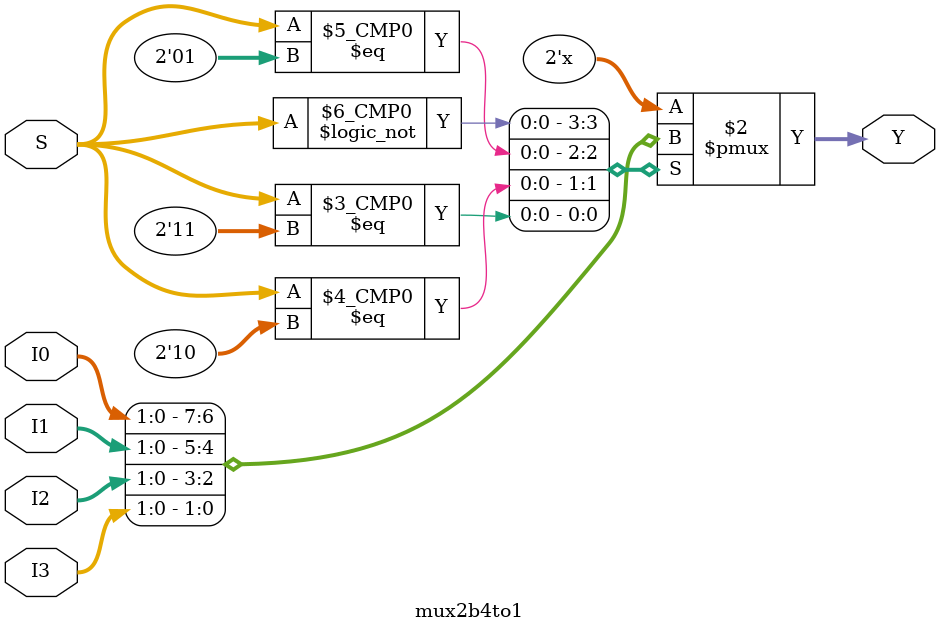
<source format=v>
module mux2b4to1(I0,I1,I2,I3,S,Y);
input [1:0] I0,I1,I2,I3; 
input [1:0] S;
output reg [1:0] Y;
  
always @(*) begin
  case (S)
    2'b00: Y = I0;
    2'b01: Y = I1;
    2'b10: Y = I2;
    2'b11: Y = I3;
    default: Y = 2'bx;
  endcase
end

endmodule

</source>
